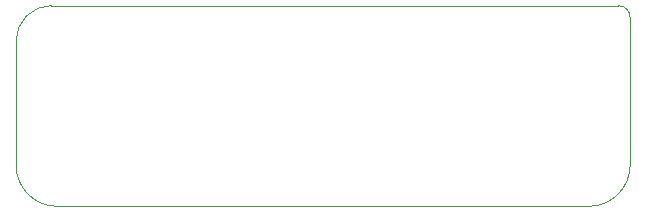
<source format=gm1>
G04 #@! TF.FileFunction,Profile,NP*
%FSLAX46Y46*%
G04 Gerber Fmt 4.6, Leading zero omitted, Abs format (unit mm)*
G04 Created by KiCad (PCBNEW 4.0.6) date Mon Jan  8 21:03:33 2018*
%MOMM*%
%LPD*%
G01*
G04 APERTURE LIST*
%ADD10C,0.100000*%
G04 APERTURE END LIST*
D10*
X109000000Y-65000000D02*
G75*
G03X108000000Y-64000000I-1000000J0D01*
G01*
X105500000Y-81000000D02*
G75*
G03X109000000Y-77500000I0J3500000D01*
G01*
X57000000Y-77500000D02*
G75*
G03X60500000Y-81000000I3500000J0D01*
G01*
X60000000Y-64000000D02*
G75*
G03X57000000Y-67000000I0J-3000000D01*
G01*
X57000000Y-67000000D02*
X57000000Y-77500000D01*
X108000000Y-64000000D02*
X60000000Y-64000000D01*
X109000000Y-77500000D02*
X109000000Y-65000000D01*
X60500000Y-81000000D02*
X105500000Y-81000000D01*
M02*

</source>
